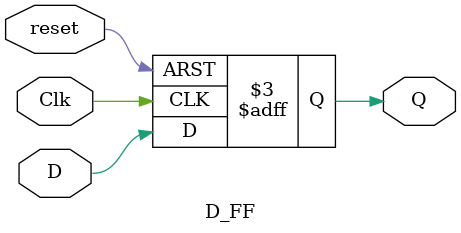
<source format=v>
`timescale 1ns / 1ps

//////////////////////////////////////////////////////////////////////////////////

//          Clock, Reset, Input, Output                                
module D_FF(Clk  , reset, D    , Q);
    input D, Clk, reset;
    output reg Q;
    
    always @(posedge Clk or negedge reset)
        if (~reset)
            begin
                Q <= 1'b0;
            end 
        else
            begin
                Q <= D;
            end
endmodule 
</source>
